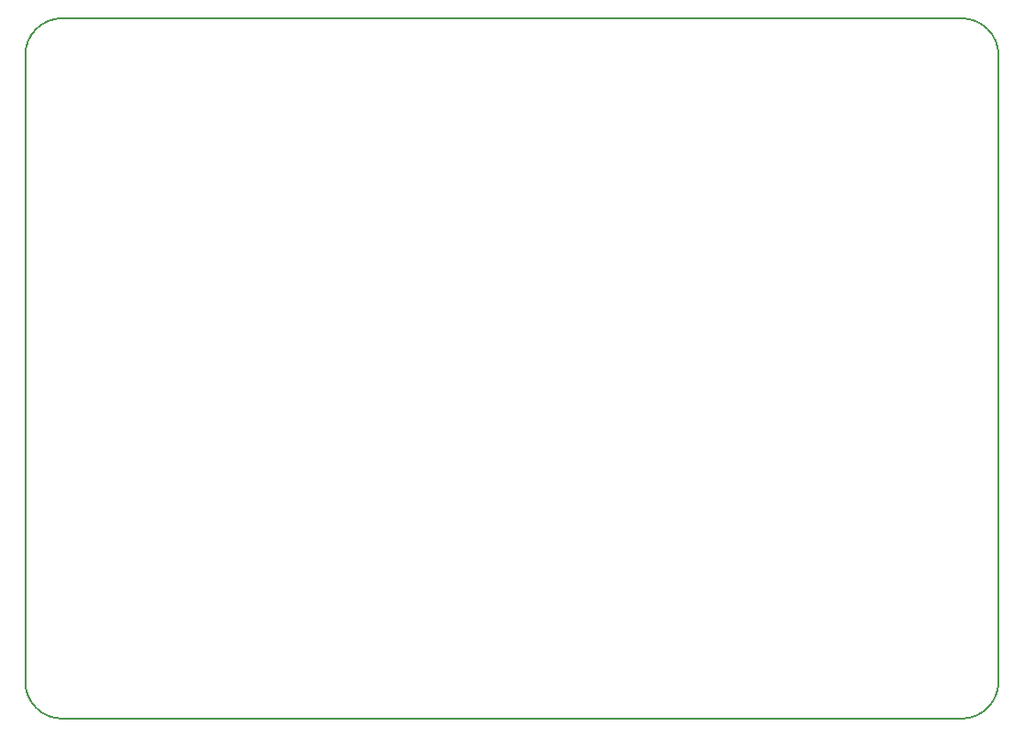
<source format=gm1>
G04 #@! TF.GenerationSoftware,KiCad,Pcbnew,5.1.9*
G04 #@! TF.CreationDate,2021-04-11T00:08:53+02:00*
G04 #@! TF.ProjectId,urp,7572702e-6b69-4636-9164-5f7063625858,rev?*
G04 #@! TF.SameCoordinates,Original*
G04 #@! TF.FileFunction,Profile,NP*
%FSLAX46Y46*%
G04 Gerber Fmt 4.6, Leading zero omitted, Abs format (unit mm)*
G04 Created by KiCad (PCBNEW 5.1.9) date 2021-04-11 00:08:53*
%MOMM*%
%LPD*%
G01*
G04 APERTURE LIST*
G04 #@! TA.AperFunction,Profile*
%ADD10C,0.150000*%
G04 #@! TD*
G04 APERTURE END LIST*
D10*
X141546000Y-80230000D02*
G75*
G02*
X144975000Y-83659000I0J-3429000D01*
G01*
X55000000Y-83659000D02*
G75*
G02*
X58429000Y-80230000I3429000J0D01*
G01*
X58429000Y-145000000D02*
G75*
G02*
X55000000Y-141571000I0J3429000D01*
G01*
X144975000Y-141571000D02*
G75*
G02*
X141546000Y-145000000I-3429000J0D01*
G01*
X58429000Y-145000000D02*
X141546000Y-145000000D01*
X55000000Y-83659000D02*
X55000000Y-141571000D01*
X141546000Y-80230000D02*
X58429000Y-80230000D01*
X144975000Y-141571000D02*
X144975000Y-83659000D01*
M02*

</source>
